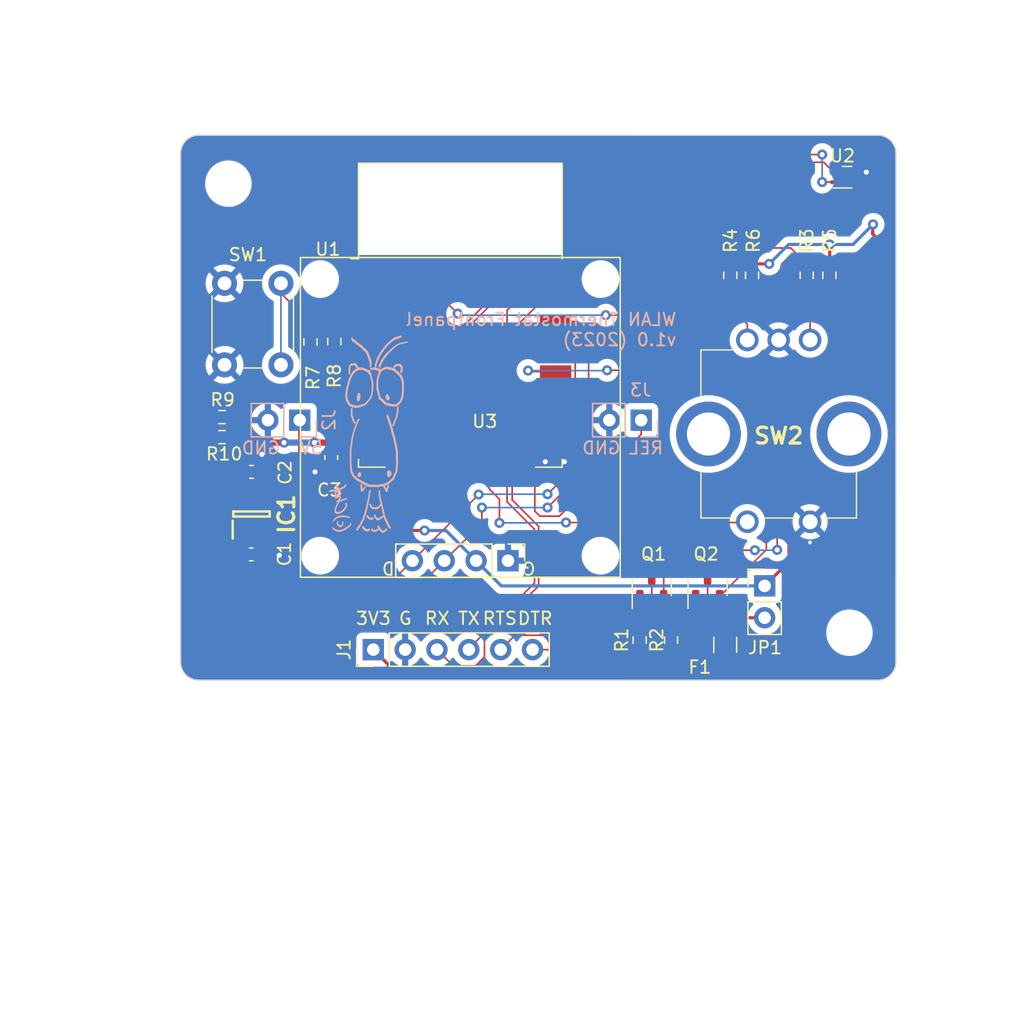
<source format=kicad_pcb>
(kicad_pcb (version 20221018) (generator pcbnew)
  (title_block (company "chof.org"))
  (layers (0 "F.Cu" signal) (31 "B.Cu" signal) (34 "B.Paste" user) (35 "F.Paste" user) (36 "B.SilkS" user "B.Silkscreen") (37 "F.SilkS" user "F.Silkscreen") (38 "B.Mask" user) (39 "F.Mask" user) (44 "Edge.Cuts" user))
  (net 0 "")
  (net 1 "/3v3PROG_SAVE")
  (net 2 "/3v3PROG")
  (net 3 "+5V")
  (net 4 "GND")
  (net 6 "+3V3")
  (net 7 "GPIO3_RX")
  (net 8 "GPIO4_TX")
  (net 9 "RTS")
  (net 10 "DTR")
  (net 11 "GPIO15_RELAY")
  (net 12 "Net-(Q1-B)")
  (net 13 "~{RESET}")
  (net 14 "Net-(Q2-B)")
  (net 15 "~{GPIO0}")
  (net 16 "GPIO14_RENCLK")
  (net 17 "Net-(SW2-CHANNEL_A)")
  (net 18 "Net-(SW2-CHANNEL_B)")
  (net 22 "Net-(U1-EN)")
  (net 31 "GPIO4_SDA")
  (net 32 "GPIO5_SCL")
  (net 33 "GPIO12_RENDAT")
  (net 34 "GPIO13_RENBTN")
  (footprint "RF_Module:ESP-12E" (layer "F.Cu") (at 118.7 50.8)
    (fp_text reference "U1" (at -10.56 -5.26) (layer "F.SilkS"))
    (fp_text value "ESP-12F")
    (pad "1" smd rect locked (at -7.6 -3.5) (size 2.5 1) (layers "F.Cu" "F.Paste" "F.Mask") (net 13 "~{RESET}"))
    (pad "2" smd rect locked (at -7.6 -1.5) (size 2.5 1) (layers "F.Cu" "F.Paste" "F.Mask"))
    (pad "3" smd rect locked (at -7.6 0.5) (size 2.5 1) (layers "F.Cu" "F.Paste" "F.Mask") (net 22 "Net-(U1-EN)"))
    (pad "4" smd rect locked (at -7.6 2.5) (size 2.5 1) (layers "F.Cu" "F.Paste" "F.Mask"))
    (pad "5" smd rect locked (at -7.6 4.5) (size 2.5 1) (layers "F.Cu" "F.Paste" "F.Mask") (net 16 "GPIO14_RENCLK"))
    (pad "6" smd rect locked (at -7.6 6.5) (size 2.5 1) (layers "F.Cu" "F.Paste" "F.Mask") (net 33 "GPIO12_RENDAT"))
    (pad "7" smd rect locked (at -7.6 8.5) (size 2.5 1) (layers "F.Cu" "F.Paste" "F.Mask") (net 34 "GPIO13_RENBTN"))
    (pad "8" smd rect locked (at -7.6 10.5) (size 2.5 1) (layers "F.Cu" "F.Paste" "F.Mask") (net 6 "+3V3"))
    (pad "9" smd rect locked (at -5 12) (size 1 1.8) (layers "F.Cu" "F.Paste" "F.Mask"))
    (pad "10" smd rect locked (at -3 12) (size 1 1.8) (layers "F.Cu" "F.Paste" "F.Mask"))
    (pad "11" smd rect locked (at -1 12) (size 1 1.8) (layers "F.Cu" "F.Paste" "F.Mask"))
    (pad "12" smd rect locked (at 1 12) (size 1 1.8) (layers "F.Cu" "F.Paste" "F.Mask"))
    (pad "13" smd rect locked (at 3 12) (size 1 1.8) (layers "F.Cu" "F.Paste" "F.Mask"))
    (pad "14" smd rect locked (at 5 12) (size 1 1.8) (layers "F.Cu" "F.Paste" "F.Mask"))
    (pad "15" smd rect locked (at 7.6 10.5) (size 2.5 1) (layers "F.Cu" "F.Paste" "F.Mask") (net 4 "GND"))
    (pad "16" smd rect locked (at 7.6 8.5) (size 2.5 1) (layers "F.Cu" "F.Paste" "F.Mask") (net 11 "GPIO15_RELAY"))
    (pad "17" smd rect locked (at 7.6 6.5) (size 2.5 1) (layers "F.Cu" "F.Paste" "F.Mask"))
    (pad "18" smd rect locked (at 7.6 4.5) (size 2.5 1) (layers "F.Cu" "F.Paste" "F.Mask") (net 15 "~{GPIO0}"))
    (pad "19" smd rect locked (at 7.6 2.5) (size 2.5 1) (layers "F.Cu" "F.Paste" "F.Mask") (net 31 "GPIO4_SDA"))
    (pad "20" smd rect locked (at 7.6 0.5) (size 2.5 1) (layers "F.Cu" "F.Paste" "F.Mask") (net 32 "GPIO5_SCL"))
    (pad "21" smd rect locked (at 7.6 -1.5) (size 2.5 1) (layers "F.Cu" "F.Paste" "F.Mask") (net 7 "GPIO3_RX"))
    (pad "22" smd rect locked (at 7.6 -3.5) (size 2.5 1) (layers "F.Cu" "F.Paste" "F.Mask") (net 8 "GPIO4_TX"))
    (zone (net 0) (net_name "") (layers "*.Cu") (connect_pads (clearance 0)) (min_thickness 0.254)
      (keepout (tracks not_allowed) (vias not_allowed) (pads not_allowed) (copperpour not_allowed) (footprints not_allowed))
      (fill (thermal_gap 0.508) (thermal_bridge_width 0.508))
      (polygon (pts (xy 110.58 46) (xy 126.82 46) (xy 126.82 38.68) (xy 110.58 38.68)))
    )
  )
  (footprint "Resistor_SMD:R_0603_1608Metric_Pad0.98x0.95mm_HandSolder" (layer "F.Cu") (at 141.9644 47.6231 90)
    (fp_text reference "R6" (at 2.7667 0.0978 90) (layer "F.SilkS"))
    (fp_text value "22k")
    (pad "1" smd roundrect (at -0.9125 0 90) (size 0.975 0.95) (layers "F.Cu" "F.Paste" "F.Mask") (net 18 "Net-(SW2-CHANNEL_B)"))
    (pad "2" smd roundrect (at 0.9125 0 90) (size 0.975 0.95) (layers "F.Cu" "F.Paste" "F.Mask") (net 6 "+3V3"))
  )
  (footprint "Capacitor_SMD:C_0603_1608Metric_Pad1.08x0.95mm_HandSolder" (layer "F.Cu") (at 102.0318 69.8754)
    (fp_text reference "C1" (at 2.6416 -0.0254 90) (layer "F.SilkS"))
    (fp_text value "1uF")
    (pad "1" smd roundrect (at -0.8625 0) (size 1.075 0.95) (layers "F.Cu" "F.Paste" "F.Mask") (net 3 "+5V"))
    (pad "2" smd roundrect (at 0.8625 0) (size 1.075 0.95) (layers "F.Cu" "F.Paste" "F.Mask") (net 4 "GND"))
  )
  (footprint "Chof747 Footprints:AZ Delivery SS1306 OLED" (layer "F.Cu") (at 118.7 58.95 180)
    (fp_text reference "U3" (at -1.95 -0.32 unlocked) (layer "F.SilkS"))
    (fp_text value "SSD1306")
    (fp_text user "G" (at -6.096 -11.43 180 unlocked) (layer "F.SilkS") (effects (justify left bottom)))
    (fp_text user "D" (at 5.15 -11.43 180 unlocked) (layer "F.SilkS") (effects (justify left bottom)))
    (pad "" np_thru_hole circle locked (at -11.18 -11.03 180) (size 1.524 1.524) (drill 2.5) (layers "F&B.Cu" "*.Mask"))
    (pad "" np_thru_hole circle locked (at -11.18 11.03 180) (size 1.524 1.524) (drill 2.5) (layers "F&B.Cu" "*.Mask"))
    (pad "" np_thru_hole circle locked (at 11.18 -11.03 180) (size 1.524 1.524) (drill 2.5) (layers "F&B.Cu" "*.Mask"))
    (pad "" np_thru_hole circle locked (at 11.18 11.03 180) (size 1.524 1.524) (drill 2.5) (layers "F&B.Cu" "*.Mask"))
    (pad "1" thru_hole rect locked (at -3.8 -11.43 270) (size 1.7 1.7) (drill 1) (layers "*.Cu" "*.Mask") (net 4 "GND"))
    (pad "2" thru_hole oval locked (at -1.26 -11.43 270) (size 1.7 1.7) (drill 1) (layers "*.Cu" "*.Mask") (net 6 "+3V3"))
    (pad "3" thru_hole oval locked (at 1.28 -11.43 270) (size 1.7 1.7) (drill 1) (layers "*.Cu" "*.Mask") (net 32 "GPIO5_SCL"))
    (pad "4" thru_hole oval locked (at 3.82 -11.43 270) (size 1.7 1.7) (drill 1) (layers "*.Cu" "*.Mask") (net 31 "GPIO4_SDA"))
  )
  (footprint "Capacitor_SMD:C_0603_1608Metric_Pad1.08x0.95mm_HandSolder" (layer "F.Cu") (at 102.0572 63.2968)
    (fp_text reference "C2" (at 2.667 0.0508 90) (layer "F.SilkS"))
    (fp_text value "1uF")
    (pad "1" smd roundrect (at -0.8625 0) (size 1.075 0.95) (layers "F.Cu" "F.Paste" "F.Mask") (net 6 "+3V3"))
    (pad "2" smd roundrect (at 0.8625 0) (size 1.075 0.95) (layers "F.Cu" "F.Paste" "F.Mask") (net 4 "GND"))
  )
  (footprint "Resistor_SMD:R_0603_1608Metric_Pad0.98x0.95mm_HandSolder" (layer "F.Cu") (at 99.695 60.5236 180)
    (fp_text reference "R10" (at -0.1759 -1.3462) (layer "F.SilkS"))
    (fp_text value "10k" hide)
    (pad "1" smd roundrect (at -0.9125 0 180) (size 0.975 0.95) (layers "F.Cu" "F.Paste" "F.Mask") (net 6 "+3V3"))
    (pad "2" smd roundrect (at 0.9125 0 180) (size 0.975 0.95) (layers "F.Cu" "F.Paste" "F.Mask") (net 31 "GPIO4_SDA"))
  )
  (footprint "Resistor_SMD:R_0603_1608Metric_Pad0.98x0.95mm_HandSolder" (layer "F.Cu") (at 140.2334 47.6231 -90)
    (fp_text reference "R4" (at -2.7667 -0.0124 90) (layer "F.SilkS"))
    (fp_text value "1k")
    (pad "1" smd roundrect (at -0.9125 0 270) (size 0.975 0.95) (layers "F.Cu" "F.Paste" "F.Mask") (net 33 "GPIO12_RENDAT"))
    (pad "2" smd roundrect (at 0.9125 0 270) (size 0.975 0.95) (layers "F.Cu" "F.Paste" "F.Mask") (net 18 "Net-(SW2-CHANNEL_B)"))
  )
  (footprint "MountingHole:MountingHole_3.2mm_M3" (layer "F.Cu") (at 149.733 76.1238)
    (fp_text reference "H2" hide)
    (fp_text value "MountingHole" hide)
    (pad "" np_thru_hole circle (at 0 0) (size 3.2 3.2) (drill 3.2) (layers "*.Cu" "*.Mask"))
  )
  (footprint "Resistor_SMD:R_0603_1608Metric_Pad0.98x0.95mm_HandSolder" (layer "F.Cu") (at 132.9985 76.708 90)
    (fp_text reference "R1" (at 0 -1.43 90) (layer "F.SilkS"))
    (fp_text value "10k" hide)
    (pad "1" smd roundrect (at -0.9125 0 90) (size 0.975 0.95) (layers "F.Cu" "F.Paste" "F.Mask") (net 10 "DTR"))
    (pad "2" smd roundrect (at 0.9125 0 90) (size 0.975 0.95) (layers "F.Cu" "F.Paste" "F.Mask") (net 12 "Net-(Q1-B)"))
  )
  (footprint "Capacitor_SMD:C_0603_1608Metric_Pad1.08x0.95mm_HandSolder" (layer "F.Cu") (at 108.4072 62.1538 -90)
    (fp_text reference "C3" (at 2.5908 0.1524 -180) (layer "F.SilkS"))
    (fp_text value "10uF")
    (pad "1" smd roundrect (at -0.8625 0 270) (size 1.075 0.95) (layers "F.Cu" "F.Paste" "F.Mask") (net 6 "+3V3"))
    (pad "2" smd roundrect (at 0.8625 0 270) (size 1.075 0.95) (layers "F.Cu" "F.Paste" "F.Mask") (net 4 "GND"))
  )
  (footprint "Resistor_SMD:R_0603_1608Metric_Pad0.98x0.95mm_HandSolder" (layer "F.Cu") (at 106.75 52.9375 90)
    (fp_text reference "R7" (at -2.8625 0.2 90) (layer "F.SilkS"))
    (fp_text value "10k")
    (pad "1" smd roundrect (at -0.9125 0 90) (size 0.975 0.95) (layers "F.Cu" "F.Paste" "F.Mask") (net 6 "+3V3"))
    (pad "2" smd roundrect (at 0.9125 0 90) (size 0.975 0.95) (layers "F.Cu" "F.Paste" "F.Mask") (net 13 "~{RESET}"))
  )
  (footprint "Sensor_Humidity:Sensirion_DFN-4_1.5x1.5mm_P0.8mm_SHT4x_NoCentralPad" (layer "F.Cu") (at 149.1714 39.7954)
    (fp_text reference "U2" (at 0 -1.7) (layer "F.SilkS"))
    (fp_text value "SHT4x")
    (pad "1" smd rect (at -0.7 -0.4) (size 0.5 0.3) (layers "F.Cu" "F.Paste" "F.Mask") (net 31 "GPIO4_SDA"))
    (pad "2" smd rect (at -0.7 0.4) (size 0.5 0.3) (layers "F.Cu" "F.Paste" "F.Mask") (net 32 "GPIO5_SCL"))
    (pad "3" smd rect (at 0.7 0.4) (size 0.5 0.3) (layers "F.Cu" "F.Paste" "F.Mask") (net 6 "+3V3"))
    (pad "4" smd rect (at 0.7 -0.4) (size 0.5 0.3) (layers "F.Cu" "F.Paste" "F.Mask") (net 4 "GND"))
  )
  (footprint "Resistor_SMD:R_0603_1608Metric_Pad0.98x0.95mm_HandSolder" (layer "F.Cu") (at 135.5085 76.708 90)
    (fp_text reference "R2" (at 0 -1.1425 90) (layer "F.SilkS"))
    (fp_text value "10k")
    (pad "1" smd roundrect (at -0.9125 0 90) (size 0.975 0.95) (layers "F.Cu" "F.Paste" "F.Mask") (net 9 "RTS"))
    (pad "2" smd roundrect (at 0.9125 0 90) (size 0.975 0.95) (layers "F.Cu" "F.Paste" "F.Mask") (net 14 "Net-(Q2-B)"))
  )
  (footprint "Resistor_SMD:R_0603_1608Metric_Pad0.98x0.95mm_HandSolder" (layer "F.Cu") (at 108.65 52.9 90)
    (fp_text reference "R8" (at -2.75 0 90) (layer "F.SilkS"))
    (fp_text value "10k" hide)
    (pad "1" smd roundrect (at -0.9125 0 90) (size 0.975 0.95) (layers "F.Cu" "F.Paste" "F.Mask") (net 6 "+3V3"))
    (pad "2" smd roundrect (at 0.9125 0 90) (size 0.975 0.95) (layers "F.Cu" "F.Paste" "F.Mask") (net 22 "Net-(U1-EN)"))
  )
  (footprint "Connector_PinHeader_2.54mm:PinHeader_1x06_P2.54mm_Vertical" (layer "F.Cu") (at 111.76 77.47 90)
    (fp_text reference "J1" (at 0 -2.33 90) (layer "F.SilkS"))
    (fp_text value "PROG_HDR")
    (pad "1" thru_hole rect locked (at 0 0 90) (size 1.7 1.7) (drill 1) (layers "*.Cu" "*.Mask") (net 2 "/3v3PROG"))
    (pad "2" thru_hole oval locked (at 0 2.54 90) (size 1.7 1.7) (drill 1) (layers "*.Cu" "*.Mask") (net 4 "GND"))
    (pad "3" thru_hole oval locked (at 0 5.08 90) (size 1.7 1.7) (drill 1) (layers "*.Cu" "*.Mask") (net 7 "GPIO3_RX"))
    (pad "4" thru_hole oval locked (at 0 7.62 90) (size 1.7 1.7) (drill 1) (layers "*.Cu" "*.Mask") (net 8 "GPIO4_TX"))
    (pad "5" thru_hole oval locked (at 0 10.16 90) (size 1.7 1.7) (drill 1) (layers "*.Cu" "*.Mask") (net 9 "RTS"))
    (pad "6" thru_hole oval locked (at 0 12.7 90) (size 1.7 1.7) (drill 1) (layers "*.Cu" "*.Mask") (net 10 "DTR"))
  )
  (footprint "Connector_PinHeader_2.54mm:PinHeader_1x02_P2.54mm_Vertical" (layer "F.Cu") (at 142.9685 72.39)
    (fp_text reference "JP1" (at 0.0335 4.9276) (layer "F.SilkS"))
    (fp_text value "PWR_PROG" hide)
    (pad "1" thru_hole rect (at 0 0) (size 1.7 1.7) (drill 1) (layers "*.Cu" "*.Mask") (net 6 "+3V3"))
    (pad "2" thru_hole oval (at 0 2.54) (size 1.7 1.7) (drill 1) (layers "*.Cu" "*.Mask") (net 1 "/3v3PROG_SAVE"))
  )
  (footprint "Resistor_SMD:R_0603_1608Metric_Pad0.98x0.95mm_HandSolder" (layer "F.Cu") (at 146.3216 47.6231 -90)
    (fp_text reference "R3" (at -2.7667 -0.0078 90) (layer "F.SilkS"))
    (fp_text value "1k")
    (pad "1" smd roundrect (at -0.9125 0 270) (size 0.975 0.95) (layers "F.Cu" "F.Paste" "F.Mask") (net 16 "GPIO14_RENCLK"))
    (pad "2" smd roundrect (at 0.9125 0 270) (size 0.975 0.95) (layers "F.Cu" "F.Paste" "F.Mask") (net 17 "Net-(SW2-CHANNEL_A)"))
  )
  (footprint "MountingHole:MountingHole_3.2mm_M3" (layer "F.Cu") (at 100.203 40.3098)
    (fp_text reference "H1" hide)
    (fp_text value "MountingHole" hide)
    (pad "" np_thru_hole circle (at 0 0) (size 3.2 3.2) (drill 3.2) (layers "*.Cu" "*.Mask"))
  )
  (footprint "Package_TO_SOT_SMD:SOT-23" (layer "F.Cu") (at 133.9685 72.51 90)
    (fp_text reference "Q1" (at 2.66 0.1435 180) (layer "F.SilkS"))
    (fp_text value "SS8050-G")
    (pad "1" smd roundrect (at -0.9375 -0.95 90) (size 1.475 0.6) (layers "F.Cu" "F.Paste" "F.Mask") (net 12 "Net-(Q1-B)"))
    (pad "2" smd roundrect (at -0.9375 0.95 90) (size 1.475 0.6) (layers "F.Cu" "F.Paste" "F.Mask") (net 13 "~{RESET}"))
    (pad "3" smd roundrect (at 0.9375 0 90) (size 1.475 0.6) (layers "F.Cu" "F.Paste" "F.Mask") (net 9 "RTS"))
  )
  (footprint "Chof747 Footprints:SOT95P270X145-5N" (layer "F.Cu") (at 102.047 66.655 90)
    (fp_text reference "IC1" (at 0 2.794 90) (layer "F.SilkS") (effects (font (size 1.27 1.27) (thickness 0.254))))
    (fp_text value "ME6211C33M5G-N" hide)
    (pad "1" smd rect (at -1.25 -0.95 180) (size 0.6 1.4) (layers "F.Cu" "F.Paste" "F.Mask") (net 3 "+5V"))
    (pad "2" smd rect (at -1.25 0 180) (size 0.6 1.4) (layers "F.Cu" "F.Paste" "F.Mask") (net 4 "GND"))
    (pad "3" smd rect (at -1.25 0.95 180) (size 0.6 1.4) (layers "F.Cu" "F.Paste" "F.Mask") (net 3 "+5V"))
    (pad "4" smd rect (at 1.25 0.95 180) (size 0.6 1.4) (layers "F.Cu" "F.Paste" "F.Mask"))
    (pad "5" smd rect (at 1.25 -0.95 180) (size 0.6 1.4) (layers "F.Cu" "F.Paste" "F.Mask") (net 6 "+3V3"))
  )
  (footprint "Chof747 Footprints:PEC12R3120FS0012" (layer "F.Cu") (at 146.5906 67.2755 180)
    (fp_text reference "SW2" (at 2.5 6.85) (layer "F.SilkS") (effects (font (size 1.27 1.27) (thickness 0.254))))
    (fp_text value "RotaryEncoder_Switch" hide)
    (pad "1" thru_hole circle (at 0 0 180) (size 1.8 1.8) (drill 1.2) (layers "*.Cu" "*.Mask") (net 4 "GND"))
    (pad "2" thru_hole circle (at 5 0 180) (size 1.8 1.8) (drill 1.2) (layers "*.Cu" "*.Mask") (net 34 "GPIO13_RENBTN"))
    (pad "A1" thru_hole circle (at 0 14.5 180) (size 1.8 1.8) (drill 1.2) (layers "*.Cu" "*.Mask") (net 17 "Net-(SW2-CHANNEL_A)"))
    (pad "B1" thru_hole circle (at 5 14.5 180) (size 1.8 1.8) (drill 1.2) (layers "*.Cu" "*.Mask") (net 18 "Net-(SW2-CHANNEL_B)"))
    (pad "C1" thru_hole circle (at 2.5 14.5 180) (size 1.8 1.8) (drill 1.2) (layers "*.Cu" "*.Mask") (net 4 "GND"))
    (pad "MH1" thru_hole circle (at -3.1 7 180) (size 5.161 5.161) (drill 3.44093) (layers "*.Cu" "*.Mask"))
    (pad "MH2" thru_hole circle (at 8.1 7 180) (size 5.161 5.161) (drill 3.44093) (layers "*.Cu" "*.Mask"))
  )
  (footprint "Package_TO_SOT_SMD:SOT-23" (layer "F.Cu") (at 138.4185 72.51 90)
    (fp_text reference "Q2" (at 2.66 -0.1155 180) (layer "F.SilkS"))
    (fp_text value "SS8050-G")
    (pad "1" smd roundrect (at -0.9375 -0.95 90) (size 1.475 0.6) (layers "F.Cu" "F.Paste" "F.Mask") (net 14 "Net-(Q2-B)"))
    (pad "2" smd roundrect (at -0.9375 0.95 90) (size 1.475 0.6) (layers "F.Cu" "F.Paste" "F.Mask") (net 15 "~{GPIO0}"))
    (pad "3" smd roundrect (at 0.9375 0 90) (size 1.475 0.6) (layers "F.Cu" "F.Paste" "F.Mask") (net 10 "DTR"))
  )
  (footprint "Fuse:Fuse_1206_3216Metric_Pad1.42x1.75mm_HandSolder" (layer "F.Cu") (at 139.827 77.089 -90)
    (fp_text reference "F1" (at 1.778 2.032) (layer "F.SilkS"))
    (fp_text value "Fuse")
    (pad "1" smd roundrect (at -1.4875 0 270) (size 1.425 1.75) (layers "F.Cu" "F.Paste" "F.Mask") (roundrect_rratio 0.175439) (net 1 "/3v3PROG_SAVE"))
    (pad "2" smd roundrect (at 1.4875 0 270) (size 1.425 1.75) (layers "F.Cu" "F.Paste" "F.Mask") (roundrect_rratio 0.175439) (net 2 "/3v3PROG"))
  )
  (footprint "Resistor_SMD:R_0603_1608Metric_Pad0.98x0.95mm_HandSolder" (layer "F.Cu") (at 148.1328 47.6231 90)
    (fp_text reference "R5" (at 2.7667 0.017 90) (layer "F.SilkS"))
    (fp_text value "22k")
    (pad "1" smd roundrect (at -0.9125 0 90) (size 0.975 0.95) (layers "F.Cu" "F.Paste" "F.Mask") (net 17 "Net-(SW2-CHANNEL_A)"))
    (pad "2" smd roundrect (at 0.9125 0 90) (size 0.975 0.95) (layers "F.Cu" "F.Paste" "F.Mask") (net 6 "+3V3"))
  )
  (footprint "Button_Switch_THT:SW_PUSH_6mm" (layer "F.Cu") (at 104.394 48.26 -90)
    (fp_text reference "SW1" (at -2.286 2.631 -180) (layer "F.SilkS"))
    (fp_text value "SW_Push")
    (pad "1" thru_hole circle (at 0 0) (size 2 2) (drill 1.1) (layers "*.Cu" "*.Mask") (net 13 "~{RESET}"))
    (pad "1" thru_hole circle (at 6.5 0) (size 2 2) (drill 1.1) (layers "*.Cu" "*.Mask") (net 13 "~{RESET}"))
    (pad "2" thru_hole circle (at 0 4.5) (size 2 2) (drill 1.1) (layers "*.Cu" "*.Mask") (net 4 "GND"))
    (pad "2" thru_hole circle (at 6.5 4.5) (size 2 2) (drill 1.1) (layers "*.Cu" "*.Mask") (net 4 "GND"))
  )
  (footprint "Resistor_SMD:R_0603_1608Metric_Pad0.98x0.95mm_HandSolder" (layer "F.Cu") (at 99.695 58.928 180)
    (fp_text reference "R9" (at -0.0489 1.3762) (layer "F.SilkS"))
    (fp_text value "10k")
    (pad "1" smd roundrect (at -0.9125 0 180) (size 0.975 0.95) (layers "F.Cu" "F.Paste" "F.Mask") (net 6 "+3V3"))
    (pad "2" smd roundrect (at 0.9125 0 180) (size 0.975 0.95) (layers "F.Cu" "F.Paste" "F.Mask") (net 32 "GPIO5_SCL"))
  )
  (footprint "Connector_PinHeader_2.54mm:PinHeader_1x02_P2.54mm_Vertical" (layer "B.Cu") (at 105.8926 59.1725 90)
    (fp_text reference "J2" (at 0 2.33 90) (layer "B.SilkS") (effects (justify mirror)))
    (fp_text value "Conn_01x02")
    (pad "1" thru_hole rect (at 0 0 90) (size 1.7 1.7) (drill 1) (layers "*.Cu" "*.Mask") (net 3 "+5V"))
    (pad "2" thru_hole oval (at 0 -2.54 90) (size 1.7 1.7) (drill 1) (layers "*.Cu" "*.Mask") (net 4 "GND"))
  )
  (footprint "Connector_PinHeader_2.54mm:PinHeader_1x02_P2.54mm_Vertical" (layer "B.Cu") (at 133.1214 59.1725 90)
    (fp_text reference "J3" (at 2.4035 -0.0254 180) (layer "B.SilkS") (effects (justify mirror)))
    (fp_text value "Conn_01x02")
    (pad "1" thru_hole rect locked (at 0 0 90) (size 1.7 1.7) (drill 1) (layers "*.Cu" "*.Mask") (net 11 "GPIO15_RELAY"))
    (pad "2" thru_hole oval locked (at 0 -2.54 90) (size 1.7 1.7) (drill 1) (layers "*.Cu" "*.Mask") (net 4 "GND"))
  )
  (footprint "Chof747 Logos:LOGO large" (layer "B.Cu") (at 111.633 60.706 180)
    (fp_text reference "G***" hide)
    (fp_text value "LOGO" hide)
  )
  (gr_line locked (start 153.441506 37.8968) (end 153.440615 78.409016) (stroke (width 0.1)) (layer "Edge.Cuts"))
  (gr_arc locked (start 151.942016 36.449001) (mid 152.999074 36.854616) (end 153.441506 37.8968) (stroke (width 0.1)) (layer "Edge.Cuts"))
  (gr_arc locked (start 97.891599 79.907615) (mid 96.834536 79.502001) (end 96.392109 78.459816) (stroke (width 0.1)) (layer "Edge.Cuts"))
  (gr_line (start 151.992816 79.908506) (end 97.891599 79.907615) (stroke (width 0.1)) (layer "Edge.Cuts"))
  (gr_line (start 97.840799 36.44811) (end 151.942016 36.449001) (stroke (width 0.1)) (layer "Edge.Cuts"))
  (gr_line locked (start 96.393 37.9476) (end 96.392109 78.4606) (stroke (width 0.1)) (layer "Edge.Cuts"))
  (gr_arc locked (start 96.393 37.9476) (mid 96.798615 36.890542) (end 97.840799 36.44811) (stroke (width 0.1)) (layer "Edge.Cuts"))
  (gr_arc locked (start 153.440615 78.409016) (mid 153.034994 79.466063) (end 151.992816 79.908506) (stroke (width 0.1)) (layer "Edge.Cuts"))
  (gr_text "REL" (at 134.969143 61.976) (layer "B.SilkS") (effects (font (size 1 1)) (justify left bottom mirror)))
  (gr_text "WLAN Thermostat Frontpanel\nv1.0 (2023)" (at 136.017 53.34) (layer "B.SilkS") (effects (font (size 1 1)) (justify left bottom mirror)))
  (gr_text "GND" (at 104.425857 61.976) (layer "B.SilkS") (effects (font (size 1 1)) (justify left bottom mirror)))
  (gr_text "5V" (at 107.823 61.976) (layer "B.SilkS") (effects (font (size 1 1)) (justify left bottom mirror)))
  (gr_text "GND" (at 131.572 61.976) (layer "B.SilkS") (effects (font (size 1 1)) (justify left bottom mirror)))
  (gr_text "TX" (at 118.435357 75.565) (layer "F.SilkS") (effects (font (size 1 1)) (justify left bottom)))
  (gr_text "RTS" (at 120.396 75.565) (layer "F.SilkS") (effects (font (size 1 1)) (justify left bottom)))
  (gr_text "DTR" (at 123.19 75.565) (layer "F.SilkS") (effects (font (size 1 1)) (justify left bottom)))
  (gr_text "G" (at 113.7125 75.565) (layer "F.SilkS") (effects (font (size 1 1)) (justify left bottom)))
  (gr_text "3V3" (at 110.291548 75.565) (layer "F.SilkS") (effects (font (size 1 1)) (justify left bottom)))
  (gr_text "RX" (at 115.77631 75.565) (layer "F.SilkS") (effects (font (size 1 1)) (justify left bottom)))
  (segment (start 140.4985 74.93) (end 139.827 75.6015) (width 0.25) (layer "F.Cu") (net 1))
  (segment (start 142.9685 74.93) (end 140.4985 74.93) (width 0.25) (layer "F.Cu") (net 1))
  (segment (start 139.7905 78.613) (end 138.43 78.613) (width 0.25) (layer "F.Cu") (net 2))
  (segment (start 138.43 78.613) (end 137.795 79.248) (width 0.25) (layer "F.Cu") (net 2))
  (segment (start 113.538 79.248) (end 111.76 77.47) (width 0.25) (layer "F.Cu") (net 2))
  (segment (start 137.795 79.248) (end 113.538 79.248) (width 0.25) (layer "F.Cu") (net 2))
  (segment (start 139.827 78.5765) (end 139.7905 78.613) (width 0.25) (layer "F.Cu") (net 2))
  (segment (start 102.6478 66.7258) (end 102.997 67.075) (width 0.13) (layer "F.Cu") (net 3))
  (segment (start 105.8926 59.1725) (end 105.8926 70.0024) (width 0.25) (layer "F.Cu") (net 3))
  (segment (start 101.1693 67.9773) (end 101.097 67.905) (width 0.25) (layer "F.Cu") (net 3))
  (segment (start 102.4139 71.12) (end 101.1693 69.8754) (width 0.25) (layer "F.Cu") (net 3))
  (segment (start 104.775 71.12) (end 102.4139 71.12) (width 0.25) (layer "F.Cu") (net 3))
  (segment (start 101.2698 66.7258) (end 102.6478 66.7258) (width 0.13) (layer "F.Cu") (net 3))
  (segment (start 101.097 66.8986) (end 101.2698 66.7258) (width 0.13) (layer "F.Cu") (net 3))
  (segment (start 105.8926 70.0024) (end 104.775 71.12) (width 0.25) (layer "F.Cu") (net 3))
  (segment (start 101.097 67.905) (end 101.097 66.8986) (width 0.13) (layer "F.Cu") (net 3))
  (segment (start 101.1693 69.8754) (end 101.1693 67.9773) (width 0.25) (layer "F.Cu") (net 3))
  (segment (start 102.997 67.075) (end 102.997 67.905) (width 0.13) (layer "F.Cu") (net 3))
  (segment (start 149.8714 39.3954) (end 151.0792 39.3954) (width 0.25) (layer "F.Cu") (net 4))
  (segment (start 104.1908 69.8754) (end 104.267 69.9516) (width 0.25) (layer "F.Cu") (net 4))
  (segment (start 127 62.484) (end 127 62) (width 0.25) (layer "F.Cu") (net 4))
  (segment (start 102.87 63.2471) (end 102.9197 63.2968) (width 0.25) (layer "F.Cu") (net 4))
  (segment (start 102.8943 69.8754) (end 104.1908 69.8754) (width 0.25) (layer "F.Cu") (net 4))
  (segment (start 102.8943 69.8754) (end 102.047 69.0281) (width 0.25) (layer "F.Cu") (net 4))
  (segment (start 127 62) (end 126.3 61.3) (width 0.25) (layer "F.Cu") (net 4))
  (segment (start 107.3923 63.0163) (end 107.1118 63.2968) (width 0.25) (layer "F.Cu") (net 4))
  (segment (start 102.047 69.0281) (end 102.047 67.905) (width 0.25) (layer "F.Cu") (net 4))
  (segment (start 125.476 62.124) (end 126.3 61.3) (width 0.25) (layer "F.Cu") (net 4))
  (segment (start 125.476 62.484) (end 125.476 62.124) (width 0.25) (layer "F.Cu") (net 4))
  (segment (start 102.87 61.8998) (end 102.87 63.2471) (width 0.25) (layer "F.Cu") (net 4))
  (segment (start 108.4072 63.0163) (end 107.3923 63.0163) (width 0.25) (layer "F.Cu") (net 4))
  (via (at 107.1118 63.2968) (size 0.8) (drill 0.4) (layers "F.Cu" "B.Cu") (net 4))
  (via (at 102.87 61.8998) (size 0.8) (drill 0.4) (layers "F.Cu" "B.Cu") (net 4))
  (via (at 127 62.484) (size 0.8) (drill 0.4) (layers "F.Cu" "B.Cu") (net 4))
  (via (at 151.0792 39.3954) (size 0.8) (drill 0.4) (layers "F.Cu" "B.Cu") (net 4))
  (via (at 125.476 62.484) (size 0.8) (drill 0.4) (layers "F.Cu" "B.Cu") (net 4))
  (via (at 104.267 69.9516) (size 0.8) (drill 0.4) (layers "F.Cu" "B.Cu") (net 4))
  (segment (start 102.630691 56.904809) (end 104.512191 56.904809) (width 0.13) (layer "F.Cu") (net 6))
  (segment (start 101.1947 63.2968) (end 100.6075 62.7096) (width 0.25) (layer "F.Cu") (net 6))
  (segment (start 102.537007 60.96) (end 104.648 60.96) (width 0.5) (layer "F.Cu") (net 6))
  (segment (start 108.4159 61.3) (end 111.1 61.3) (width 0.5) (layer "F.Cu") (net 6))
  (segment (start 111.1 66.269) (end 112.8014 67.9704) (width 0.25) (layer "F.Cu") (net 6))
  (segment (start 101.097 64.135) (end 101.097 62.400007) (width 0.5) (layer "F.Cu") (net 6))
  (segment (start 149.9714 40.1954) (end 149.8714 40.1954) (width 0.25) (layer "F.Cu") (net 6))
  (segment (start 106.7875 53.8125) (end 106.75 53.85) (width 0.25) (layer "F.Cu") (net 6))
  (segment (start 151.5872 44.323) (end 151.5872 44.2214) (width 0.25) (layer "F.Cu") (net 6))
  (segment (start 151.5872 43.5864) (end 151.6126 43.561) (width 0.25) (layer "F.Cu") (net 6))
  (segment (start 108.65 53.8125) (end 106.7875 53.8125) (width 0.25) (layer "F.Cu") (net 6))
  (segment (start 100.6075 62.7096) (end 100.6075 60.5236) (width 0.25) (layer "F.Cu") (net 6))
  (segment (start 100.6075 58.928) (end 100.6075 60.5236) (width 0.13) (layer "F.Cu") (net 6))
  (segment (start 107.061 60.96) (end 108.0759 60.96) (width 0.5) (layer "F.Cu") (net 6))
  (segment (start 153.0604 45.7962) (end 153.0604 50.5206) (width 0.25) (layer "F.Cu") (net 6))
  (segment (start 153.0604 50.5206) (end 144.907 58.674) (width 0.25) (layer "F.Cu") (net 6))
  (segment (start 144.907 58.674) (end 144.907 70.4515) (width 0.25) (layer "F.Cu") (net 6))
  (segment (start 148.1582 46.6852) (end 148.1328 46.7106) (width 0.25) (layer "F.Cu") (net 6))
  (segment (start 112.8014 67.9704) (end 115.8494 67.9704) (width 0.25) (layer "F.Cu") (net 6))
  (segment (start 108.65 59.1478) (end 108.65 53.8125) (width 0.25) (layer "F.Cu") (net 6))
  (segment (start 153.0604 45.7962) (end 151.5872 44.323) (width 0.25) (layer "F.Cu") (net 6))
  (segment (start 148.1582 45.1612) (end 148.1582 46.6852) (width 0.25) (layer "F.Cu") (net 6))
  (segment (start 111.1 61.3) (end 110.8022 61.3) (width 0.25) (layer "F.Cu") (net 6))
  (segment (start 104.512191 56.904809) (end 106.75 54.667) (width 0.13) (layer "F.Cu") (net 6))
  (segment (start 151.5872 44.2214) (end 151.5872 43.5864) (width 0.25) (layer "F.Cu") (net 6))
  (segment (start 111.1 61.3) (end 111.1 66.269) (width 0.25) (layer "F.Cu") (net 6))
  (segment (start 153.0604 45.7962) (end 153.0604 43.2844) (width 0.25) (layer "F.Cu") (net 6))
  (segment (start 153.0604 43.2844) (end 149.9714 40.1954) (width 0.25) (layer "F.Cu") (net 6))
  (segment (start 106.75 54.667) (end 106.75 53.85) (width 0.13) (layer "F.Cu") (net 6))
  (segment (start 100.6075 58.928) (end 102.630691 56.904809) (width 0.13) (layer "F.Cu") (net 6))
  (segment (start 110.8022 61.3) (end 108.65 59.1478) (width 0.25) (layer "F.Cu") (net 6))
  (segment (start 108.4072 61.2913) (end 108.4159 61.3) (width 0.25) (layer "F.Cu") (net 6))
  (segment (start 101.097 65.405) (end 101.097 64.135) (width 0.5) (layer "F.Cu") (net 6))
  (segment (start 144.907 70.4515) (end 144.76325 70.59525) (width 0.25) (layer "F.Cu") (net 6))
  (segment (start 101.097 62.400007) (end 102.537007 60.96) (width 0.5) (layer "F.Cu") (net 6))
  (segment (start 143.3322 46.7106) (end 141.9644 46.7106) (width 0.25) (layer "F.Cu") (net 6))
  (segment (start 108.0759 60.96) (end 108.4072 61.2913) (width 0.5) (layer "F.Cu") (net 6))
  (segment (start 142.9685 72.39) (end 144.76325 70.59525) (width 0.25) (layer "F.Cu") (net 6))
  (via (at 107.061 60.96) (size 0.8) (drill 0.4) (layers "F.Cu" "B.Cu") (net 6))
  (via (at 151.6126 43.561) (size 0.8) (drill 0.4) (layers "F.Cu" "B.Cu") (net 6))
  (via (at 148.1582 45.1612) (size 0.8) (drill 0.4) (layers "F.Cu" "B.Cu") (net 6))
  (via (at 115.8494 67.9704) (size 0.8) (drill 0.4) (layers "F.Cu" "B.Cu") (net 6))
  (via (at 143.3322 46.7106) (size 0.8) (drill 0.4) (layers "F.Cu" "B.Cu") (net 6))
  (via (at 104.648 60.96) (size 0.8) (drill 0.4) (layers "F.Cu" "B.Cu") (net 6))
  (segment (start 117.5504 67.9704) (end 119.96 70.38) (width 0.25) (layer "B.Cu") (net 6))
  (segment (start 151.6126 43.561) (end 150.0124 45.1612) (width 0.25) (layer "B.Cu") (net 6))
  (segment (start 104.648 60.96) (end 107.061 60.96) (width 0.5) (layer "B.Cu") (net 6))
  (segment (start 144.8816 45.1612) (end 143.3322 46.7106) (width 0.25) (layer "B.Cu") (net 6))
  (segment (start 150.0124 45.1612) (end 148.1582 45.1612) (width 0.25) (layer "B.Cu") (net 6))
  (segment (start 121.97 72.39) (end 119.96 70.38) (width 0.25) (layer "B.Cu") (net 6))
  (segment (start 142.9685 72.39) (end 121.97 72.39) (width 0.25) (layer "B.Cu") (net 6))
  (segment (start 115.8494 67.9704) (end 117.5504 67.9704) (width 0.25) (layer "B.Cu") (net 6))
  (segment (start 148.1582 45.1612) (end 144.8816 45.1612) (width 0.25) (layer "B.Cu") (net 6))
  (segment (start 118.1354 78.7654) (end 116.84 77.47) (width 0.13) (layer "F.Cu") (net 7))
  (segment (start 124.9426 72.39) (end 120.6246 76.708) (width 0.13) (layer "F.Cu") (net 7))
  (segment (start 124.9426 67.6402) (end 124.9426 72.39) (width 0.13) (layer "F.Cu") (net 7))
  (segment (start 119.9134 78.7654) (end 118.1354 78.7654) (width 0.13) (layer "F.Cu") (net 7))
  (segment (start 122.8344 65.532) (end 124.9426 67.6402) (width 0.13) (layer "F.Cu") (net 7))
  (segment (start 126.3 49.3) (end 125.55 49.3) (width 0.13) (layer "F.Cu") (net 7))
  (segment (start 120.6246 76.708) (end 120.6246 78.0542) (width 0.13) (layer "F.Cu") (net 7))
  (segment (start 125.55 49.3) (end 122.8344 52.0156) (width 0.13) (layer "F.Cu") (net 7))
  (segment (start 120.6246 78.0542) (end 119.9134 78.7654) (width 0.13) (layer "F.Cu") (net 7))
  (segment (start 122.8344 52.0156) (end 122.8344 65.532) (width 0.13) (layer "F.Cu") (net 7))
  (segment (start 119.38 77.3938) (end 124.6124 72.1614) (width 0.13) (layer "F.Cu") (net 8))
  (segment (start 124.6124 67.8688) (end 122.428 65.6844) (width 0.13) (layer "F.Cu") (net 8))
  (segment (start 125.55 47.3) (end 126.3 47.3) (width 0.13) (layer "F.Cu") (net 8))
  (segment (start 119.38 77.47) (end 119.38 77.3938) (width 0.13) (layer "F.Cu") (net 8))
  (segment (start 122.428 50.422) (end 125.55 47.3) (width 0.13) (layer "F.Cu") (net 8))
  (segment (start 122.428 65.6844) (end 122.428 50.422) (width 0.13) (layer "F.Cu") (net 8))
  (segment (start 124.6124 72.1614) (end 124.6124 67.8688) (width 0.13) (layer "F.Cu") (net 8))
  (segment (start 135.5085 77.6205) (end 134.7985 76.9105) (width 0.13) (layer "F.Cu") (net 9))
  (segment (start 134.4605 76.5725) (end 134.5296 76.6416) (width 0.13) (layer "F.Cu") (net 9))
  (segment (start 125.7554 76.7715) (end 125.3109 76.327) (width 0.13) (layer "F.Cu") (net 9))
  (segment (start 123.063 76.327) (end 121.92 77.47) (width 0.13) (layer "F.Cu") (net 9))
  (segment (start 125.7554 76.7715) (end 134.6595 76.7715) (width 0.13) (layer "F.Cu") (net 9))
  (segment (start 133.9685 71.5725) (end 133.9685 76.0805) (width 0.13) (layer "F.Cu") (net 9))
  (segment (start 125.3109 76.327) (end 123.063 76.327) (width 0.13) (layer "F.Cu") (net 9))
  (segment (start 134.6595 76.7715) (end 134.7985 76.9105) (width 0.13) (layer "F.Cu") (net 9))
  (segment (start 133.9685 76.0805) (end 134.4605 76.5725) (width 0.13) (layer "F.Cu") (net 9))
  (segment (start 134.7985 76.9105) (end 134.5296 76.6416) (width 0.13) (layer "F.Cu") (net 9))
  (segment (start 134.0262 78.6482) (end 136.3307 78.6482) (width 0.13) (layer "F.Cu") (net 10))
  (segment (start 136.3307 78.6482) (end 138.4185 76.5604) (width 0.13) (layer "F.Cu") (net 10))
  (segment (start 132.848 77.47) (end 124.46 77.47) (width 0.13) (layer "F.Cu") (net 10))
  (segment (start 132.9985 77.6205) (end 134.0262 78.6482) (width 0.13) (layer "F.Cu") (net 10))
  (segment (start 138.4185 76.5604) (end 138.4185 71.5725) (width 0.13) (layer "F.Cu") (net 10))
  (segment (start 132.9985 77.6205) (end 132.848 77.47) (width 0.13) (layer "F.Cu") (net 10))
  (segment (start 125.55 59.3) (end 124.6378 60.2122) (width 0.13) (layer "F.Cu") (net 11))
  (segment (start 126.3 59.3) (end 125.55 59.3) (width 0.13) (layer "F.Cu") (net 11))
  (segment (start 126.5936 66.8274) (end 133.1214 60.2996) (width 0.13) (layer "F.Cu") (net 11))
  (segment (start 133.1214 60.2996) (end 133.1214 59.1725) (width 0.13) (layer "F.Cu") (net 11))
  (segment (start 125.0442 66.8274) (end 126.5936 66.8274) (width 0.13) (layer "F.Cu") (net 11))
  (segment (start 124.6378 60.2122) (end 124.6378 66.421) (width 0.13) (layer "F.Cu") (net 11))
  (segment (start 124.6378 66.421) (end 125.0442 66.8274) (width 0.13) (layer "F.Cu") (net 11))
  (segment (start 132.9985 75.7955) (end 132.9985 73.4675) (width 0.13) (layer "F.Cu") (net 12))
  (segment (start 132.9985 73.4675) (end 133.0185 73.4475) (width 0.13) (layer "F.Cu") (net 12))
  (segment (start 134.9185 70.7542) (end 136.1275 69.5452) (width 0.13) (layer "F.Cu") (net 13))
  (segment (start 143.9672 69.5198) (end 143.9672 67.2338) (width 0.13) (layer "F.Cu") (net 13))
  (segment (start 106.75 52.025) (end 106.75 51.47) (width 0.13) (layer "F.Cu") (net 13))
  (segment (start 106.75 51.47) (end 110.92 47.3) (width 0.13) (layer "F.Cu") (net 13))
  (segment (start 118.491 50.673) (end 115.118 47.3) (width 0.13) (layer "F.Cu") (net 13))
  (segment (start 143.9672 57.59222) (end 137.17498 50.8) (width 0.13) (layer "F.Cu") (net 13))
  (segment (start 106.75 52.025) (end 106.75 51.41) (width 0.13) (layer "F.Cu") (net 13))
  (segment (start 143.9672 67.2338) (end 143.9672 57.59222) (width 0.13) (layer "F.Cu") (net 13))
  (segment (start 137.17498 50.8) (end 130.302 50.8) (width 0.13) (layer "F.Cu") (net 13))
  (segment (start 142.1892 69.5452) (end 136.1275 69.5452) (width 0.13) (layer "F.Cu") (net 13))
  (segment (start 106.75 51.41) (end 103.6 48.26) (width 0.13) (layer "F.Cu") (net 13))
  (segment (start 110.92 47.3) (end 111.1 47.3) (width 0.13) (layer "F.Cu") (net 13))
  (segment (start 115.118 47.3) (end 111.1 47.3) (width 0.13) (layer "F.Cu") (net 13))
  (segment (start 134.9185 73.4475) (end 134.9185 70.7542) (width 0.13) (layer "F.Cu") (net 13))
  (via (at 143.9672 69.5198) (size 0.8) (drill 0.4) (layers "F.Cu" "B.Cu") (net 13))
  (via (at 130.302 50.8) (size 0.8) (drill 0.4) (layers "F.Cu" "B.Cu") (net 13))
  (via (at 118.491 50.673) (size 0.8) (drill 0.4) (layers "F.Cu" "B.Cu") (net 13))
  (via (at 142.1892 69.5452) (size 0.8) (drill 0.4) (layers "F.Cu" "B.Cu") (net 13))
  (segment (start 104.394 54.76) (end 104.394 48.26) (width 0.13) (layer "B.Cu") (net 13))
  (segment (start 143.9418 69.5452) (end 142.1892 69.5452) (width 0.13) (layer "B.Cu") (net 13))
  (segment (start 143.9672 69.5198) (end 143.9418 69.5452) (width 0.13) (layer "B.Cu") (net 13))
  (segment (start 118.618 50.8) (end 118.491 50.673) (width 0.13) (layer "B.Cu") (net 13))
  (segment (start 130.302 50.8) (end 118.618 50.8) (width 0.13) (layer "B.Cu") (net 13))
  (segment (start 137.4685 73.8355) (end 135.5085 75.7955) (width 0.13) (layer "F.Cu") (net 14))
  (segment (start 137.4685 73.4475) (end 137.4685 73.8355) (width 0.13) (layer "F.Cu") (net 14))
  (segment (start 143.1036 57.6326) (end 143.1036 69.500542) (width 0.13) (layer "F.Cu") (net 15))
  (segment (start 139.3685 73.235642) (end 139.3685 73.4475) (width 0.13) (layer "F.Cu") (net 15))
  (segment (start 143.1036 69.500542) (end 139.3685 73.235642) (width 0.13) (layer "F.Cu") (net 15))
  (segment (start 130.4036 55.1942) (end 140.6652 55.1942) (width 0.13) (layer "F.Cu") (net 15))
  (segment (start 140.6652 55.1942) (end 143.1036 57.6326) (width 0.13) (layer "F.Cu") (net 15))
  (segment (start 124.1848 55.3) (end 124.1044 55.2196) (width 0.13) (layer "F.Cu") (net 15))
  (segment (start 126.3 55.3) (end 124.1848 55.3) (width 0.13) (layer "F.Cu") (net 15))
  (via (at 130.4036 55.1942) (size 0.8) (drill 0.4) (layers "F.Cu" "B.Cu") (net 15))
  (via (at 124.1044 55.2196) (size 0.8) (drill 0.4) (layers "F.Cu" "B.Cu") (net 15))
  (segment (start 130.3782 55.2196) (end 130.4036 55.1942) (width 0.13) (layer "B.Cu") (net 15))
  (segment (start 124.1044 55.2196) (end 130.3782 55.2196) (width 0.13) (layer "B.Cu") (net 15))
  (segment (start 111.1 55.3) (end 115.3118 55.3) (width 0.13) (layer "F.Cu") (net 16))
  (segment (start 127.8742 46.065) (end 128.4986 45.4406) (width 0.13) (layer "F.Cu") (net 16))
  (segment (start 115.3118 55.3) (end 124.5468 46.065) (width 0.13) (layer "F.Cu") (net 16))
  (segment (start 128.4986 45.4406) (end 145.0516 45.4406) (width 0.13) (layer "F.Cu") (net 16))
  (segment (start 145.0516 45.4406) (end 146.3216 46.7106) (width 0.13) (layer "F.Cu") (net 16))
  (segment (start 124.5468 46.065) (end 127.8742 46.065) (width 0.13) (layer "F.Cu") (net 16))
  (segment (start 146.5906 52.7755) (end 146.5906 48.8046) (width 0.13) (layer "F.Cu") (net 17))
  (segment (start 148.1328 48.5356) (end 146.3216 48.5356) (width 0.13) (layer "F.Cu") (net 17))
  (segment (start 146.5906 48.8046) (end 146.3216 48.5356) (width 0.13) (layer "F.Cu") (net 17))
  (segment (start 140.2334 50.1653) (end 141.5906 51.5225) (width 0.13) (layer "F.Cu") (net 18))
  (segment (start 140.2334 48.5356) (end 141.9644 48.5356) (width 0.13) (layer "F.Cu") (net 18))
  (segment (start 141.5906 52.7755) (end 141.5906 51.5225) (width 0.13) (layer "F.Cu") (net 18))
  (segment (start 140.2334 48.5356) (end 140.2334 50.1653) (width 0.13) (layer "F.Cu") (net 18))
  (segment (start 110.203 52.197) (end 111.1 51.3) (width 0.13) (layer "F.Cu") (net 22))
  (segment (start 108.65 51.9875) (end 108.8595 52.197) (width 0.13) (layer "F.Cu") (net 22))
  (segment (start 108.8595 52.197) (end 110.203 52.197) (width 0.13) (layer "F.Cu") (net 22))
  (segment (start 99.441 61.1821) (end 98.7825 60.5236) (width 0.13) (layer "F.Cu") (net 31))
  (segment (start 102.489 46.679074) (end 110.560074 38.608) (width 0.13) (layer "F.Cu") (net 31))
  (segment (start 127.05 53.3) (end 127.865 54.115) (width 0.13) (layer "F.Cu") (net 31))
  (segment (start 147.684 38.608) (end 148.4714 39.3954) (width 0.13) (layer "F.Cu") (net 31))
  (segment (start 99.805 59.5011) (end 99.805 58.183) (width 0.13) (layer "F.Cu") (net 31))
  (segment (start 127.865 62.8636) (end 125.6538 65.0748) (width 0.13) (layer "F.Cu") (net 31))
  (segment (start 120.1598 65.1002) (end 114.88 70.38) (width 0.13) (layer "F.Cu") (net 31))
  (segment (start 126.3 53.3) (end 127.05 53.3) (width 0.13) (layer "F.Cu") (net 31))
  (segment (start 112.87 72.39) (end 100.203 72.39) (width 0.13) (layer "F.Cu") (net 31))
  (segment (start 100.203 72.39) (end 99.441 71.628) (width 0.13) (layer "F.Cu") (net 31))
  (segment (start 98.7825 60.5236) (end 99.805 59.5011) (width 0.13) (layer "F.Cu") (net 31))
  (segment (start 99.805 58.183) (end 102.489 55.499) (width 0.13) (layer "F.Cu") (net 31))
  (segment (start 127.865 54.115) (end 127.865 62.8636) (width 0.13) (layer "F.Cu") (net 31))
  (segment (start 114.88 70.38) (end 112.87 72.39) (width 0.13) (layer "F.Cu") (net 31))
  (segment (start 110.560074 38.608) (end 147.684 38.608) (width 0.13) (layer "F.Cu") (net 31))
  (segment (start 102.489 55.499) (end 102.489 46.679074) (width 0.13) (layer "F.Cu") (net 31))
  (segment (start 99.441 71.628) (end 99.441 61.1821) (width 0.13) (layer "F.Cu") (net 31))
  (via (at 120.1598 65.1002) (size 0.8) (drill 0.4) (layers "F.Cu" "B.Cu") (net 31))
  (via (at 125.6538 65.0748) (size 0.8) (drill 0.4) (layers "F.Cu" "B.Cu") (net 31))
  (segment (start 120.1598 65.1002) (end 120.1852 65.0748) (width 0.13) (layer "B.Cu") (net 31))
  (segment (start 120.1852 65.0748) (end 125.6538 65.0748) (width 0.13) (layer "B.Cu") (net 31))
  (segment (start 120.4214 66.1416) (end 120.4214 67.3786) (width 0.13) (layer "F.Cu") (net 32))
  (segment (start 97.409 60.3015) (end 98.7825 58.928) (width 0.13) (layer "F.Cu") (net 32))
  (segment (start 102.108 46.609) (end 110.7235 37.9935) (width 0.13) (layer "F.Cu") (net 32))
  (segment (start 97.409 61.087) (end 97.409 60.3015) (width 0.13) (layer "F.Cu") (net 32))
  (segment (start 110.7235 37.9935) (end 147.557 37.9935) (width 0.13) (layer "F.Cu") (net 32))
  (segment (start 128.9304 62.865) (end 125.6538 66.1416) (width 0.13) (layer "F.Cu") (net 32))
  (segment (start 128.0334 51.3) (end 128.9304 52.197) (width 0.13) (layer "F.Cu") (net 32))
  (segment (start 148.4588 40.1828) (end 148.4714 40.1954) (width 0.13) (layer "F.Cu") (net 32))
  (segment (start 115.029 72.771) (end 99.568 72.771) (width 0.13) (layer "F.Cu") (net 32))
  (segment (start 128.9304 52.197) (end 128.9304 62.865) (width 0.13) (layer "F.Cu") (net 32))
  (segment (start 126.3 51.3) (end 128.0334 51.3) (width 0.13) (layer "F.Cu") (net 32))
  (segment (start 98.7825 58.6975) (end 102.108 55.372) (width 0.13) (layer "F.Cu") (net 32))
  (segment (start 102.108 55.372) (end 102.108 46.609) (width 0.13) (layer "F.Cu") (net 32))
  (segment (start 98.7825 58.928) (end 98.7825 58.6975) (width 0.13) (layer "F.Cu") (net 32))
  (segment (start 99.568 72.771) (end 99.06 72.263) (width 0.13) (layer "F.Cu") (net 32))
  (segment (start 147.557 40.1828) (end 148.4588 40.1828) (width 0.13) (layer "F.Cu") (net 32))
  (segment (start 120.4214 67.3786) (end 117.42 70.38) (width 0.13) (layer "F.Cu") (net 32))
  (segment (start 99.06 62.738) (end 97.409 61.087) (width 0.13) (layer "F.Cu") (net 32))
  (segment (start 99.06 72.263) (end 99.06 62.738) (width 0.13) (layer "F.Cu") (net 32))
  (segment (start 115.029 72.771) (end 117.42 70.38) (width 0.13) (layer "F.Cu") (net 32))
  (via (at 147.557 37.9935) (size 0.8) (drill 0.4) (layers "F.Cu" "B.Cu") (net 32))
  (via (at 125.6538 66.1416) (size 0.8) (drill 0.4) (layers "F.Cu" "B.Cu") (net 32))
  (via (at 147.557 40.1828) (size 0.8) (drill 0.4) (layers "F.Cu" "B.Cu") (net 32))
  (via (at 120.4214 66.1416) (size 0.8) (drill 0.4) (layers "F.Cu" "B.Cu") (net 32))
  (segment (start 147.557 37.9935) (end 147.557 40.1828) (width 0.13) (layer "B.Cu") (net 32))
  (segment (start 125.6538 66.1416) (end 120.4214 66.1416) (width 0.13) (layer "B.Cu") (net 32))
  (segment (start 113.7944 57.3) (end 124.714 46.3804) (width 0.13) (layer "F.Cu") (net 33))
  (segment (start 111.1 57.3) (end 113.7944 57.3) (width 0.13) (layer "F.Cu") (net 33))
  (segment (start 139.7762 46.2534) (end 140.2334 46.7106) (width 0.13) (layer "F.Cu") (net 33))
  (segment (start 129.032 46.3804) (end 129.159 46.2534) (width 0.13) (layer "F.Cu") (net 33))
  (segment (start 129.159 46.2534) (end 139.7762 46.2534) (width 0.13) (layer "F.Cu") (net 33))
  (segment (start 124.714 46.3804) (end 129.032 46.3804) (width 0.13) (layer "F.Cu") (net 33))
  (segment (start 120.7748 64.3614) (end 121.031 64.6176) (width 0.13) (layer "F.Cu") (net 34))
  (segment (start 121.8184 65.47078) (end 121.8184 67.3608) (width 0.13) (layer "F.Cu") (net 34))
  (segment (start 141.5307 67.3354) (end 141.5906 67.2755) (width 0.13) (layer "F.Cu") (net 34))
  (segment (start 121.031 64.68338) (end 121.8184 65.47078) (width 0.13) (layer "F.Cu") (net 34))
  (segment (start 127.127 67.3354) (end 141.5307 67.3354) (width 0.13) (layer "F.Cu") (net 34))
  (segment (start 120.7748 61.1356) (end 120.7748 64.3614) (width 0.13) (layer "F.Cu") (net 34))
  (segment (start 120.7008 61.0616) (end 120.7748 61.1356) (width 0.13) (layer "F.Cu") (net 34))
  (segment (start 111.1 59.3) (end 118.9392 59.3) (width 0.13) (layer "F.Cu") (net 34))
  (segment (start 121.031 64.6176) (end 121.031 64.68338) (width 0.13) (layer "F.Cu") (net 34))
  (segment (start 118.9392 59.3) (end 120.7008 61.0616) (width 0.13) (layer "F.Cu") (net 34))
  (via (at 121.8184 67.3608) (size 0.8) (drill 0.4) (layers "F.Cu" "B.Cu") (net 34))
  (via (at 127.127 67.3354) (size 0.8) (drill 0.4) (layers "F.Cu" "B.Cu") (net 34))
  (segment (start 127.1016 67.3608) (end 127.127 67.3354) (width 0.13) (layer "B.Cu") (net 34))
  (segment (start 121.8184 67.3608) (end 127.1016 67.3608) (width 0.13) (layer "B.Cu") (net 34))
  (zone (net 4) (net_name "GND") (layer "B.Cu") (connect_pads (clearance 0.508)) (min_thickness 0.25) (fill yes (thermal_gap 0.5) (thermal_bridge_width 0.5))
    (polygon (pts (xy 92.71 35.56) (xy 154.178 35.56) (xy 154.178 81.28) (xy 92.71 81.28)))
  )
)
</source>
